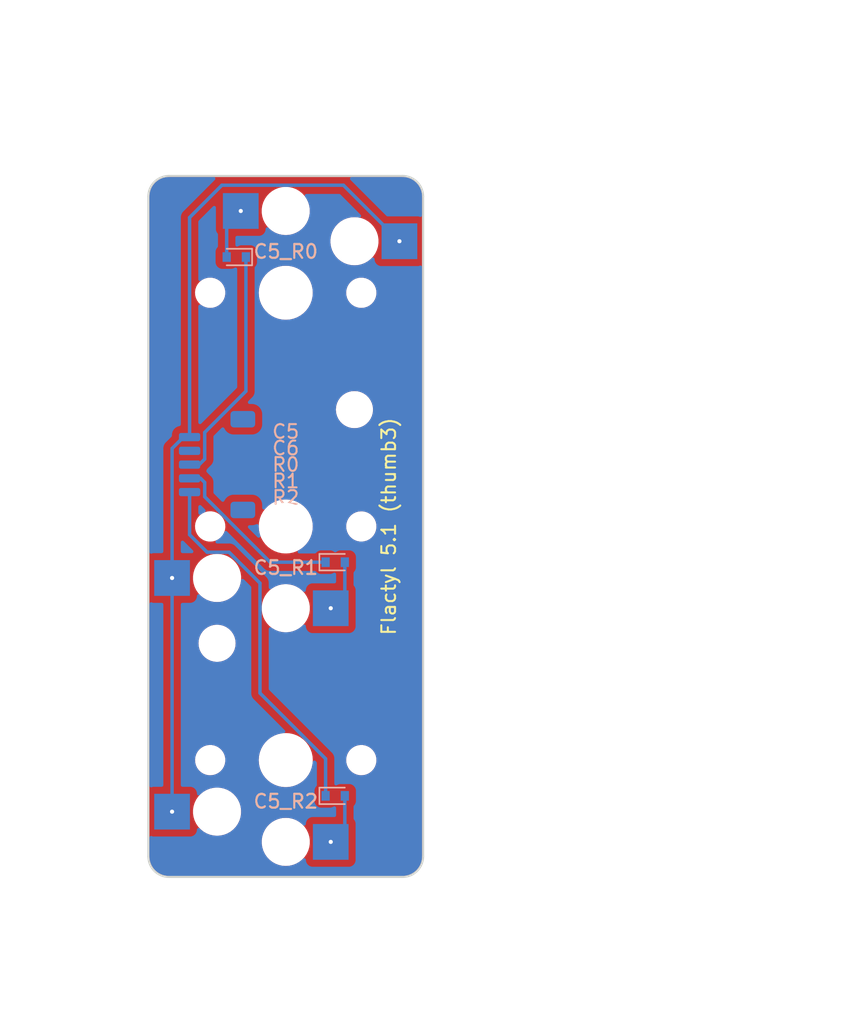
<source format=kicad_pcb>
(kicad_pcb (version 20171130) (host pcbnew 5.1.6)
  (title_block (title thumb3) (rev v1.0.0) (company Unknown))
  (layers (0 F.Cu signal) (31 B.Cu signal) (34 B.Paste user) (35 F.Paste user) (36 B.SilkS user) (37 F.SilkS user) (38 B.Mask user) (39 F.Mask user) (44 Edge.Cuts user))
  (net 0 "")
  (net 1 "C5")
  (net 2 "C6")
  (net 3 "R0")
  (net 4 "R1")
  (net 5 "R2")
  (net 6 "Flactyl 5.1 (thumb3)")
  (net 7 "x")
  (net 8 "y")
  (net 9 "C5_R0D")
  (net 10 "C5_R0")
  (net 11 "C5_R1D")
  (net 12 "C5_R1")
  (net 13 "C5_R2D")
  (net 14 "C5_R2")
  (footprint "JST_SH_SM05B-SRSS-TB_1x05-1MP_P1.00mm_Horizontal" (layer "B.Cu") (at -5 -21.5 270)
    (fp_text reference "JC1" hide)
    (fp_text user "R2" (at 2.4 -5 360 unlocked) (layer "B.SilkS"))
    (fp_text user "R1" (at 1.2 -5 360 unlocked) (layer "B.SilkS"))
    (fp_text user "R0" (at 0 -5 360 unlocked) (layer "B.SilkS"))
    (fp_text user "C6" (at -1.2 -5 360 unlocked) (layer "B.SilkS"))
    (fp_text user "C5" (at -2.4 -5 360 unlocked) (layer "B.SilkS"))
    (pad "5" smd roundrect (at 2 2 270) (size 0.6 1.55) (layers "B.Cu" "B.Paste" "B.Mask") (net 5 "R2"))
    (pad "4" smd roundrect (at 1 2 270) (size 0.6 1.55) (layers "B.Cu" "B.Paste" "B.Mask") (net 4 "R1"))
    (pad "3" smd roundrect (at 0 2 270) (size 0.6 1.55) (layers "B.Cu" "B.Paste" "B.Mask") (net 3 "R0"))
    (pad "2" smd roundrect (at -1 2 270) (size 0.6 1.55) (layers "B.Cu" "B.Paste" "B.Mask") (net 2 "C6"))
    (pad "1" smd roundrect (at -2 2 270) (size 0.6 1.55) (layers "B.Cu" "B.Paste" "B.Mask") (net 1 "C5"))
    (pad "MP" smd roundrect (at -3.3 -1.875 270) (size 1.2 1.8) (layers "B.Cu" "B.Paste" "B.Mask") (roundrect_rratio 0.208333))
    (pad "MP" smd roundrect (at 3.3 -1.875 270) (size 1.2 1.8) (layers "B.Cu" "B.Paste" "B.Mask") (roundrect_rratio 0.208333))
  )
  (footprint "somelogo" (layer "F.SilkS") (at 7.5 -17 270)
    (fp_text reference "T1" hide)
    (fp_text value "Flactyl 5.1 (thumb3)" (at 0 0 270) (layer "F.SilkS"))
  )
  (footprint "somelogo" (layer "F.SilkS") (at 20 -34 0)
    (fp_text reference "T2" hide)
    (fp_text value "x")
  )
  (footprint "somelogo" (layer "F.SilkS") (at 0 -54 0)
    (fp_text reference "T3" hide)
    (fp_text value "y")
  )
  (footprint "MountingHole_2.2mm_M2" (layer "F.Cu") (at -5 -8.5 0)
    (fp_text reference "H1" hide hide)
    (pad "" np_thru_hole circle (at 0 0) (size 2.2 2.2) (drill 2.2) (layers *.Cu *.Mask))
  )
  (footprint "MountingHole_2.2mm_M2" (layer "F.Cu") (at 5 -25.5 0)
    (fp_text reference "H2" hide hide)
    (pad "" np_thru_hole circle (at 0 0) (size 2.2 2.2) (drill 2.2) (layers *.Cu *.Mask))
  )
  (footprint "Kailh_socket_PG1350_no_silk" (layer "B.Cu") (at 0 -34 180)
    (fp_text reference "S1" hide)
    (fp_text user C5_R0 (at -0 3 180) (layer F.SilkS))
    (fp_text user C5_R0 (at -0 3 180) (layer B.SilkS))
    (pad "" np_thru_hole circle (at 0 0) (size 3.429 3.429) (drill 3.429) (layers *.Cu *.Mask))
    (pad "" np_thru_hole circle (at 5.5 0) (size 1.7018 1.7018) (drill 1.7018) (layers *.Cu *.Mask))
    (pad "" np_thru_hole circle (at -5.5 0) (size 1.7018 1.7018) (drill 1.7018) (layers *.Cu *.Mask))
    (pad "" np_thru_hole circle (at -5 3.75) (size 3 3) (drill 3) (layers *.Cu *.Mask))
    (pad "" np_thru_hole circle (at 0 5.95) (size 3 3) (drill 3) (layers *.Cu *.Mask))
    (pad "1" smd rect (at 3.275 5.95) (size 2.6 2.6) (layers "B.Cu" "B.Paste" "B.Mask") (net 9 "C5_R0D"))
    (pad "2" smd rect (at -8.275 3.75) (size 2.6 2.6) (layers "B.Cu" "B.Paste" "B.Mask") (net 1 "C5"))
    (pad "3" thru_hole circle (at 3.275 5.95) (size 0.6 0.6) (drill 0.3) (layers *.Cu) (net 9 "C5_R0D"))
    (pad "4" thru_hole circle (at -8.275 3.75) (size 0.6 0.6) (drill 0.3) (layers *.Cu) (net 1 "C5"))
  )
  (footprint "D_SOD-523" (layer "B.Cu") (at -3.6 -36.6 180)
    (fp_text reference "D1" hide)
    (fp_text value "D_SOD-523")
    (fp_line (start 0.7 0.6) (end -1.15 0.6) (layer "B.SilkS") (width 0.12))
    (fp_line (start 0.7 -0.6) (end -1.15 -0.6) (layer "B.SilkS") (width 0.12))
    (fp_line (start -1.15 -0.6) (end -1.15 0.6) (layer "B.SilkS") (width 0.12))
    (pad "1" smd rect (at -0.7 0 180) (size 0.6 0.7) (layers "B.Cu" "B.Paste" "B.Mask") (net 3 "R0"))
    (pad "2" smd rect (at 0.7 0 180) (size 0.6 0.7) (layers "B.Cu" "B.Paste" "B.Mask") (net 9 "C5_R0D"))
  )
  (footprint "Kailh_socket_PG1350_no_silk" (layer "B.Cu") (at 0 -17 0)
    (fp_text reference "S2" hide)
    (fp_text user C5_R1 (at -0 3 0) (layer F.SilkS))
    (fp_text user C5_R1 (at -0 3 0) (layer B.SilkS))
    (pad "" np_thru_hole circle (at 0 0) (size 3.429 3.429) (drill 3.429) (layers *.Cu *.Mask))
    (pad "" np_thru_hole circle (at 5.5 0) (size 1.7018 1.7018) (drill 1.7018) (layers *.Cu *.Mask))
    (pad "" np_thru_hole circle (at -5.5 0) (size 1.7018 1.7018) (drill 1.7018) (layers *.Cu *.Mask))
    (pad "" np_thru_hole circle (at -5 3.75) (size 3 3) (drill 3) (layers *.Cu *.Mask))
    (pad "" np_thru_hole circle (at 0 5.95) (size 3 3) (drill 3) (layers *.Cu *.Mask))
    (pad "1" smd rect (at 3.275 5.95) (size 2.6 2.6) (layers "B.Cu" "B.Paste" "B.Mask") (net 11 "C5_R1D"))
    (pad "2" smd rect (at -8.275 3.75) (size 2.6 2.6) (layers "B.Cu" "B.Paste" "B.Mask") (net 1 "C5"))
    (pad "3" thru_hole circle (at 3.275 5.95) (size 0.6 0.6) (drill 0.3) (layers *.Cu) (net 11 "C5_R1D"))
    (pad "4" thru_hole circle (at -8.275 3.75) (size 0.6 0.6) (drill 0.3) (layers *.Cu) (net 1 "C5"))
  )
  (footprint "D_SOD-523" (layer "B.Cu") (at 3.6 -14.4 0)
    (fp_text reference "D2" hide)
    (fp_text value "D_SOD-523")
    (fp_line (start 0.7 0.6) (end -1.15 0.6) (layer "B.SilkS") (width 0.12))
    (fp_line (start 0.7 -0.6) (end -1.15 -0.6) (layer "B.SilkS") (width 0.12))
    (fp_line (start -1.15 -0.6) (end -1.15 0.6) (layer "B.SilkS") (width 0.12))
    (pad "1" smd rect (at -0.7 0 0) (size 0.6 0.7) (layers "B.Cu" "B.Paste" "B.Mask") (net 4 "R1"))
    (pad "2" smd rect (at 0.7 0 0) (size 0.6 0.7) (layers "B.Cu" "B.Paste" "B.Mask") (net 11 "C5_R1D"))
  )
  (footprint "Kailh_socket_PG1350_no_silk" (layer "B.Cu") (at 0 0 0)
    (fp_text reference "S3" hide)
    (fp_text user C5_R2 (at -0 3 0) (layer F.SilkS))
    (fp_text user C5_R2 (at -0 3 0) (layer B.SilkS))
    (pad "" np_thru_hole circle (at 0 0) (size 3.429 3.429) (drill 3.429) (layers *.Cu *.Mask))
    (pad "" np_thru_hole circle (at 5.5 0) (size 1.7018 1.7018) (drill 1.7018) (layers *.Cu *.Mask))
    (pad "" np_thru_hole circle (at -5.5 0) (size 1.7018 1.7018) (drill 1.7018) (layers *.Cu *.Mask))
    (pad "" np_thru_hole circle (at -5 3.75) (size 3 3) (drill 3) (layers *.Cu *.Mask))
    (pad "" np_thru_hole circle (at 0 5.95) (size 3 3) (drill 3) (layers *.Cu *.Mask))
    (pad "1" smd rect (at 3.275 5.95) (size 2.6 2.6) (layers "B.Cu" "B.Paste" "B.Mask") (net 13 "C5_R2D"))
    (pad "2" smd rect (at -8.275 3.75) (size 2.6 2.6) (layers "B.Cu" "B.Paste" "B.Mask") (net 1 "C5"))
    (pad "3" thru_hole circle (at 3.275 5.95) (size 0.6 0.6) (drill 0.3) (layers *.Cu) (net 13 "C5_R2D"))
    (pad "4" thru_hole circle (at -8.275 3.75) (size 0.6 0.6) (drill 0.3) (layers *.Cu) (net 1 "C5"))
  )
  (footprint "D_SOD-523" (layer "B.Cu") (at 3.6 2.6 0)
    (fp_text reference "D3" hide)
    (fp_text value "D_SOD-523")
    (fp_line (start 0.7 0.6) (end -1.15 0.6) (layer "B.SilkS") (width 0.12))
    (fp_line (start 0.7 -0.6) (end -1.15 -0.6) (layer "B.SilkS") (width 0.12))
    (fp_line (start -1.15 -0.6) (end -1.15 0.6) (layer "B.SilkS") (width 0.12))
    (pad "1" smd rect (at -0.7 0 0) (size 0.6 0.7) (layers "B.Cu" "B.Paste" "B.Mask") (net 5 "R2"))
    (pad "2" smd rect (at 0.7 0 0) (size 0.6 0.7) (layers "B.Cu" "B.Paste" "B.Mask") (net 13 "C5_R2D"))
  )
  (gr_line (start -8.5 8.5) (end 8.5 8.5) (angle 90) (layer Edge.Cuts) (width 0.15))
  (gr_line (start 10 7) (end 10 -41) (angle 90) (layer Edge.Cuts) (width 0.15))
  (gr_line (start -10 7) (end -10 -41) (angle 90) (layer Edge.Cuts) (width 0.15))
  (gr_line (start 8.5 -42.5) (end -8.5 -42.5) (angle 90) (layer Edge.Cuts) (width 0.15))
  (gr_arc (start 8.5 7) (end 8.5 8.5) (angle -90) (layer Edge.Cuts) (width 0.15))
  (gr_arc (start 8.5 -41) (end 10 -41) (angle -90) (layer Edge.Cuts) (width 0.15))
  (gr_arc (start -8.5 -41) (end -8.5 -42.5) (angle -90) (layer Edge.Cuts) (width 0.15))
  (gr_arc (start -8.5 7) (end -10 7) (angle -90) (layer Edge.Cuts) (width 0.15))
  (segment (start -7.446751 -23.5) (end -7 -23.5) (width 0.25) (layer "B.Cu") (net 1))
  (segment (start -8.275 -22.671751) (end -7.446751 -23.5) (width 0.25) (layer "B.Cu") (net 1))
  (segment (start -8.275 3.75) (end -8.275 -13.25) (width 0.25) (layer "B.Cu") (net 1))
  (segment (start 4.2 -41.825) (end -4.65 -41.825) (width 0.25) (layer "B.Cu") (net 1))
  (segment (start 8.275 -37.75) (end 4.2 -41.825) (width 0.25) (layer "B.Cu") (net 1))
  (segment (start -7 -39.475) (end -7 -23.5) (width 0.25) (layer "B.Cu") (net 1))
  (segment (start -8.275 -13.25) (end -8.275 -22.671751) (width 0.25) (layer "B.Cu") (net 1))
  (segment (start -4.65 -41.825) (end -7 -39.475) (width 0.25) (layer "B.Cu") (net 1))
  (segment (start -6.3 -21.5) (end -7 -21.5) (width 0.25) (layer "B.Cu") (net 3))
  (segment (start -5.9 -21.9) (end -6.3 -21.5) (width 0.25) (layer "B.Cu") (net 3))
  (segment (start -2.9 -26.838173) (end -5.9 -23.838173) (width 0.25) (layer "B.Cu") (net 3))
  (segment (start -2.9 -36.6) (end -2.9 -26.838173) (width 0.25) (layer "B.Cu") (net 3))
  (segment (start -5.9 -23.838173) (end -5.9 -21.9) (width 0.25) (layer "B.Cu") (net 3))
  (segment (start -6.2 -20.5) (end -7 -20.5) (width 0.25) (layer "B.Cu") (net 4))
  (segment (start -1.138173 -14.4) (end -5.9 -19.161827) (width 0.25) (layer "B.Cu") (net 4))
  (segment (start -5.9 -19.161827) (end -5.9 -20.2) (width 0.25) (layer "B.Cu") (net 4))
  (segment (start 2.9 -14.4) (end -1.138173 -14.4) (width 0.25) (layer "B.Cu") (net 4))
  (segment (start -5.9 -20.2) (end -6.2 -20.5) (width 0.25) (layer "B.Cu") (net 4))
  (segment (start -4.125 -15.125) (end -1.875 -12.875) (width 0.25) (layer "B.Cu") (net 5))
  (segment (start -1.875 -12.875) (end -1.875 -4.875) (width 0.25) (layer "B.Cu") (net 5))
  (segment (start 2.9 -0.1) (end 2.9 2.6) (width 0.25) (layer "B.Cu") (net 5))
  (segment (start -7 -16.4) (end -5.725 -15.125) (width 0.25) (layer "B.Cu") (net 5))
  (segment (start -1.875 -4.875) (end 2.9 -0.1) (width 0.25) (layer "B.Cu") (net 5))
  (segment (start -7 -19.5) (end -7 -16.4) (width 0.25) (layer "B.Cu") (net 5))
  (segment (start -5.725 -15.125) (end -4.125 -15.125) (width 0.25) (layer "B.Cu") (net 5))
  (segment (start -4.3 -38.925) (end -3.275 -39.95) (width 0.25) (layer "B.Cu") (net 6))
  (segment (start -4.3 -36.6) (end -4.3 -38.925) (width 0.25) (layer "B.Cu") (net 6))
  (segment (start 4.3 -14.4) (end 4.3 -12.075) (width 0.25) (layer "B.Cu") (net 7))
  (segment (start 4.3 -12.075) (end 3.275 -11.05) (width 0.25) (layer "B.Cu") (net 7))
  (segment (start 4.3 4.925) (end 3.275 5.95) (width 0.25) (layer "B.Cu") (net 8))
  (segment (start 4.3 2.6) (end 4.3 4.925) (width 0.25) (layer "B.Cu") (net 8))
  (zone (net 0) (net_name "") (layers "F&B.Cu") (connect_pads (clearance 0.508)) (min_thickness 0.25) (fill yes (thermal_gap 0.5) (thermal_bridge_width 0.5) (island_removal_mode 1) (island_area_min 10))
    (polygon (pts (xy -20.8 -55.3) (xy -20.2 19.2) (xy 42.1 18.2) (xy 40.4 -53.8)))
  )
)
</source>
